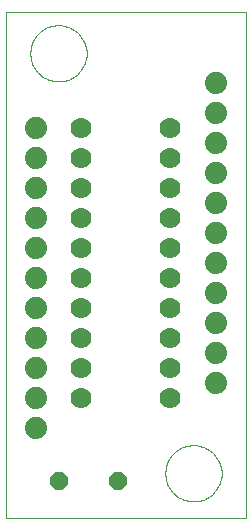
<source format=gtl>
G75*
%MOIN*%
%OFA0B0*%
%FSLAX24Y24*%
%IPPOS*%
%LPD*%
%AMOC8*
5,1,8,0,0,1.08239X$1,22.5*
%
%ADD10C,0.0000*%
%ADD11C,0.0740*%
%ADD12C,0.0700*%
%ADD13OC8,0.0594*%
D10*
X000487Y000135D02*
X000487Y017005D01*
X008479Y017005D01*
X008479Y000135D01*
X000487Y000135D01*
X005799Y001635D02*
X005801Y001696D01*
X005807Y001756D01*
X005817Y001816D01*
X005830Y001875D01*
X005848Y001934D01*
X005869Y001990D01*
X005894Y002046D01*
X005922Y002100D01*
X005954Y002151D01*
X005989Y002201D01*
X006027Y002248D01*
X006068Y002293D01*
X006112Y002335D01*
X006159Y002374D01*
X006208Y002410D01*
X006259Y002442D01*
X006313Y002471D01*
X006368Y002497D01*
X006424Y002519D01*
X006482Y002538D01*
X006541Y002552D01*
X006601Y002563D01*
X006661Y002570D01*
X006722Y002573D01*
X006783Y002572D01*
X006843Y002567D01*
X006903Y002558D01*
X006963Y002545D01*
X007021Y002529D01*
X007078Y002509D01*
X007134Y002485D01*
X007188Y002457D01*
X007241Y002426D01*
X007291Y002392D01*
X007339Y002355D01*
X007384Y002314D01*
X007427Y002271D01*
X007466Y002225D01*
X007503Y002176D01*
X007536Y002126D01*
X007566Y002073D01*
X007593Y002018D01*
X007616Y001962D01*
X007635Y001905D01*
X007651Y001846D01*
X007663Y001786D01*
X007671Y001726D01*
X007675Y001665D01*
X007675Y001605D01*
X007671Y001544D01*
X007663Y001484D01*
X007651Y001424D01*
X007635Y001365D01*
X007616Y001308D01*
X007593Y001252D01*
X007566Y001197D01*
X007536Y001144D01*
X007503Y001094D01*
X007466Y001045D01*
X007427Y000999D01*
X007384Y000956D01*
X007339Y000915D01*
X007291Y000878D01*
X007241Y000844D01*
X007188Y000813D01*
X007134Y000785D01*
X007078Y000761D01*
X007021Y000741D01*
X006963Y000725D01*
X006903Y000712D01*
X006843Y000703D01*
X006783Y000698D01*
X006722Y000697D01*
X006661Y000700D01*
X006601Y000707D01*
X006541Y000718D01*
X006482Y000732D01*
X006424Y000751D01*
X006368Y000773D01*
X006313Y000799D01*
X006259Y000828D01*
X006208Y000860D01*
X006159Y000896D01*
X006112Y000935D01*
X006068Y000977D01*
X006027Y001022D01*
X005989Y001069D01*
X005954Y001119D01*
X005922Y001170D01*
X005894Y001224D01*
X005869Y001280D01*
X005848Y001336D01*
X005830Y001395D01*
X005817Y001454D01*
X005807Y001514D01*
X005801Y001574D01*
X005799Y001635D01*
X001299Y015635D02*
X001301Y015696D01*
X001307Y015756D01*
X001317Y015816D01*
X001330Y015875D01*
X001348Y015934D01*
X001369Y015990D01*
X001394Y016046D01*
X001422Y016100D01*
X001454Y016151D01*
X001489Y016201D01*
X001527Y016248D01*
X001568Y016293D01*
X001612Y016335D01*
X001659Y016374D01*
X001708Y016410D01*
X001759Y016442D01*
X001813Y016471D01*
X001868Y016497D01*
X001924Y016519D01*
X001982Y016538D01*
X002041Y016552D01*
X002101Y016563D01*
X002161Y016570D01*
X002222Y016573D01*
X002283Y016572D01*
X002343Y016567D01*
X002403Y016558D01*
X002463Y016545D01*
X002521Y016529D01*
X002578Y016509D01*
X002634Y016485D01*
X002688Y016457D01*
X002741Y016426D01*
X002791Y016392D01*
X002839Y016355D01*
X002884Y016314D01*
X002927Y016271D01*
X002966Y016225D01*
X003003Y016176D01*
X003036Y016126D01*
X003066Y016073D01*
X003093Y016018D01*
X003116Y015962D01*
X003135Y015905D01*
X003151Y015846D01*
X003163Y015786D01*
X003171Y015726D01*
X003175Y015665D01*
X003175Y015605D01*
X003171Y015544D01*
X003163Y015484D01*
X003151Y015424D01*
X003135Y015365D01*
X003116Y015308D01*
X003093Y015252D01*
X003066Y015197D01*
X003036Y015144D01*
X003003Y015094D01*
X002966Y015045D01*
X002927Y014999D01*
X002884Y014956D01*
X002839Y014915D01*
X002791Y014878D01*
X002741Y014844D01*
X002688Y014813D01*
X002634Y014785D01*
X002578Y014761D01*
X002521Y014741D01*
X002463Y014725D01*
X002403Y014712D01*
X002343Y014703D01*
X002283Y014698D01*
X002222Y014697D01*
X002161Y014700D01*
X002101Y014707D01*
X002041Y014718D01*
X001982Y014732D01*
X001924Y014751D01*
X001868Y014773D01*
X001813Y014799D01*
X001759Y014828D01*
X001708Y014860D01*
X001659Y014896D01*
X001612Y014935D01*
X001568Y014977D01*
X001527Y015022D01*
X001489Y015069D01*
X001454Y015119D01*
X001422Y015170D01*
X001394Y015224D01*
X001369Y015280D01*
X001348Y015336D01*
X001330Y015395D01*
X001317Y015454D01*
X001307Y015514D01*
X001301Y015574D01*
X001299Y015635D01*
D11*
X001487Y013135D03*
X001487Y012135D03*
X001487Y011135D03*
X001487Y010135D03*
X001487Y009135D03*
X001487Y008135D03*
X001487Y007135D03*
X001487Y006135D03*
X001487Y005135D03*
X001487Y004135D03*
X001487Y003135D03*
X007487Y004635D03*
X007487Y005635D03*
X007487Y006635D03*
X007487Y007635D03*
X007487Y008635D03*
X007487Y009635D03*
X007487Y010635D03*
X007487Y011635D03*
X007487Y012635D03*
X007487Y013635D03*
X007487Y014635D03*
D12*
X005939Y013135D03*
X005939Y012135D03*
X005939Y011135D03*
X005939Y010135D03*
X005939Y009135D03*
X005939Y008135D03*
X005939Y007135D03*
X005939Y006135D03*
X005939Y005135D03*
X005939Y004135D03*
X002987Y004135D03*
X002987Y005135D03*
X002987Y006135D03*
X002987Y007135D03*
X002987Y008135D03*
X002987Y009135D03*
X002987Y010135D03*
X002987Y011135D03*
X002987Y012135D03*
X002987Y013135D03*
D13*
X002252Y001385D03*
X004221Y001385D03*
M02*

</source>
